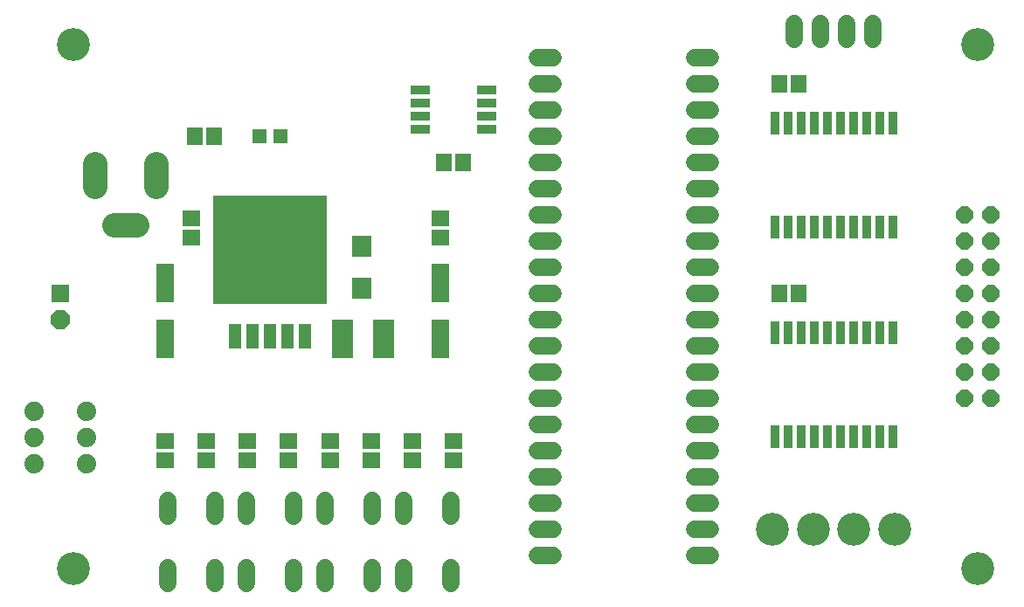
<source format=gbr>
G04 EAGLE Gerber RS-274X export*
G75*
%MOMM*%
%FSLAX34Y34*%
%LPD*%
%INSoldermask Top*%
%IPPOS*%
%AMOC8*
5,1,8,0,0,1.08239X$1,22.5*%
G01*
%ADD10C,2.387600*%
%ADD11R,11.003200X10.613200*%
%ADD12R,1.270000X2.362200*%
%ADD13R,1.803200X1.803200*%
%ADD14P,1.951766X8X112.500000*%
%ADD15C,3.203200*%
%ADD16R,1.803200X3.703200*%
%ADD17R,1.903200X2.003200*%
%ADD18R,1.703200X1.503200*%
%ADD19C,1.879600*%
%ADD20C,1.727200*%
%ADD21R,1.403200X1.403200*%
%ADD22R,1.503200X1.703200*%
%ADD23R,1.905000X0.812800*%
%ADD24R,0.863600X2.235200*%
%ADD25P,1.759533X8X292.500000*%
%ADD26R,2.003200X3.803200*%


D10*
X103378Y561600D02*
X125222Y561600D01*
X84300Y598678D02*
X84300Y620522D01*
X144300Y620522D02*
X144300Y598678D01*
D11*
X254000Y537210D03*
D12*
X219964Y453898D03*
X236982Y453898D03*
X254000Y453898D03*
X271018Y453898D03*
X288036Y453898D03*
D13*
X50800Y495100D03*
D14*
X50800Y470100D03*
D15*
X859500Y266700D03*
X819900Y266700D03*
X780300Y266700D03*
X740700Y266700D03*
D16*
X152400Y505028D03*
X152400Y451028D03*
D17*
X342900Y500200D03*
X342900Y541200D03*
D18*
X177800Y549300D03*
X177800Y568300D03*
D19*
X76200Y381000D03*
X76200Y355600D03*
X76200Y330200D03*
X25400Y381000D03*
X25400Y355600D03*
X25400Y330200D03*
D20*
X155194Y229108D02*
X155194Y213868D01*
X200406Y213868D02*
X200406Y229108D01*
X155194Y278892D02*
X155194Y294132D01*
X200406Y294132D02*
X200406Y278892D01*
D21*
X243500Y647700D03*
X264500Y647700D03*
D22*
X181000Y647700D03*
X200000Y647700D03*
D23*
X399288Y692150D03*
X399288Y679450D03*
X399288Y666750D03*
X399288Y654050D03*
X464312Y654050D03*
X464312Y666750D03*
X464312Y679450D03*
X464312Y692150D03*
D24*
X742950Y559308D03*
X755650Y559308D03*
X768350Y559308D03*
X781050Y559308D03*
X793750Y559308D03*
X806450Y559308D03*
X819150Y559308D03*
X831850Y559308D03*
X831850Y659892D03*
X819150Y659892D03*
X806450Y659892D03*
X793750Y659892D03*
X781050Y659892D03*
X768350Y659892D03*
X755650Y659892D03*
X742950Y659892D03*
X844550Y559308D03*
X857250Y559308D03*
X844550Y659892D03*
X857250Y659892D03*
D16*
X419100Y505028D03*
X419100Y451028D03*
D18*
X419100Y549300D03*
X419100Y568300D03*
D20*
X665480Y241300D02*
X680720Y241300D01*
X680720Y266700D02*
X665480Y266700D01*
X665480Y292100D02*
X680720Y292100D01*
X680720Y317500D02*
X665480Y317500D01*
X665480Y342900D02*
X680720Y342900D01*
X680720Y368300D02*
X665480Y368300D01*
X665480Y393700D02*
X680720Y393700D01*
X680720Y419100D02*
X665480Y419100D01*
X665480Y444500D02*
X680720Y444500D01*
X680720Y469900D02*
X665480Y469900D01*
X665480Y495300D02*
X680720Y495300D01*
X680720Y520700D02*
X665480Y520700D01*
X665480Y546100D02*
X680720Y546100D01*
X680720Y571500D02*
X665480Y571500D01*
X665480Y596900D02*
X680720Y596900D01*
X680720Y622300D02*
X665480Y622300D01*
X665480Y647700D02*
X680720Y647700D01*
X680720Y673100D02*
X665480Y673100D01*
X665480Y698500D02*
X680720Y698500D01*
X680720Y723900D02*
X665480Y723900D01*
X528320Y241300D02*
X513080Y241300D01*
X513080Y266700D02*
X528320Y266700D01*
X528320Y292100D02*
X513080Y292100D01*
X513080Y317500D02*
X528320Y317500D01*
X528320Y342900D02*
X513080Y342900D01*
X513080Y368300D02*
X528320Y368300D01*
X528320Y393700D02*
X513080Y393700D01*
X513080Y419100D02*
X528320Y419100D01*
X528320Y444500D02*
X513080Y444500D01*
X513080Y469900D02*
X528320Y469900D01*
X528320Y495300D02*
X513080Y495300D01*
X513080Y520700D02*
X528320Y520700D01*
X528320Y546100D02*
X513080Y546100D01*
X513080Y571500D02*
X528320Y571500D01*
X528320Y596900D02*
X513080Y596900D01*
X513080Y622300D02*
X528320Y622300D01*
X528320Y647700D02*
X513080Y647700D01*
X513080Y673100D02*
X528320Y673100D01*
X528320Y698500D02*
X513080Y698500D01*
X513080Y723900D02*
X528320Y723900D01*
D24*
X742950Y356108D03*
X755650Y356108D03*
X768350Y356108D03*
X781050Y356108D03*
X793750Y356108D03*
X806450Y356108D03*
X819150Y356108D03*
X831850Y356108D03*
X831850Y456692D03*
X819150Y456692D03*
X806450Y456692D03*
X793750Y456692D03*
X781050Y456692D03*
X768350Y456692D03*
X755650Y456692D03*
X742950Y456692D03*
X844550Y356108D03*
X857250Y356108D03*
X844550Y456692D03*
X857250Y456692D03*
D25*
X927100Y571500D03*
X952500Y571500D03*
X927100Y546100D03*
X952500Y546100D03*
X927100Y520700D03*
X952500Y520700D03*
X927100Y495300D03*
X952500Y495300D03*
X927100Y469900D03*
X952500Y469900D03*
X927100Y444500D03*
X952500Y444500D03*
X927100Y419100D03*
X952500Y419100D03*
X927100Y393700D03*
X952500Y393700D03*
D22*
X441300Y622300D03*
X422300Y622300D03*
D18*
X192314Y352400D03*
X192314Y333400D03*
X152400Y352400D03*
X152400Y333400D03*
D20*
X231394Y229108D02*
X231394Y213868D01*
X276606Y213868D02*
X276606Y229108D01*
X231394Y278892D02*
X231394Y294132D01*
X276606Y294132D02*
X276606Y278892D01*
D18*
X272143Y352400D03*
X272143Y333400D03*
X232229Y352400D03*
X232229Y333400D03*
D20*
X307594Y229108D02*
X307594Y213868D01*
X352806Y213868D02*
X352806Y229108D01*
X307594Y278892D02*
X307594Y294132D01*
X352806Y294132D02*
X352806Y278892D01*
D18*
X351971Y352400D03*
X351971Y333400D03*
X312057Y352400D03*
X312057Y333400D03*
D20*
X383794Y229108D02*
X383794Y213868D01*
X429006Y213868D02*
X429006Y229108D01*
X383794Y278892D02*
X383794Y294132D01*
X429006Y294132D02*
X429006Y278892D01*
D18*
X431800Y352400D03*
X431800Y333400D03*
X391886Y352400D03*
X391886Y333400D03*
D22*
X747420Y698500D03*
X766420Y698500D03*
X747420Y495300D03*
X766420Y495300D03*
D20*
X838200Y741680D02*
X838200Y756920D01*
X812800Y756920D02*
X812800Y741680D01*
X787400Y741680D02*
X787400Y756920D01*
X762000Y756920D02*
X762000Y741680D01*
D15*
X63500Y736600D03*
X63500Y228600D03*
X939800Y228600D03*
X939800Y736600D03*
D26*
X324170Y450850D03*
X364170Y450850D03*
M02*

</source>
